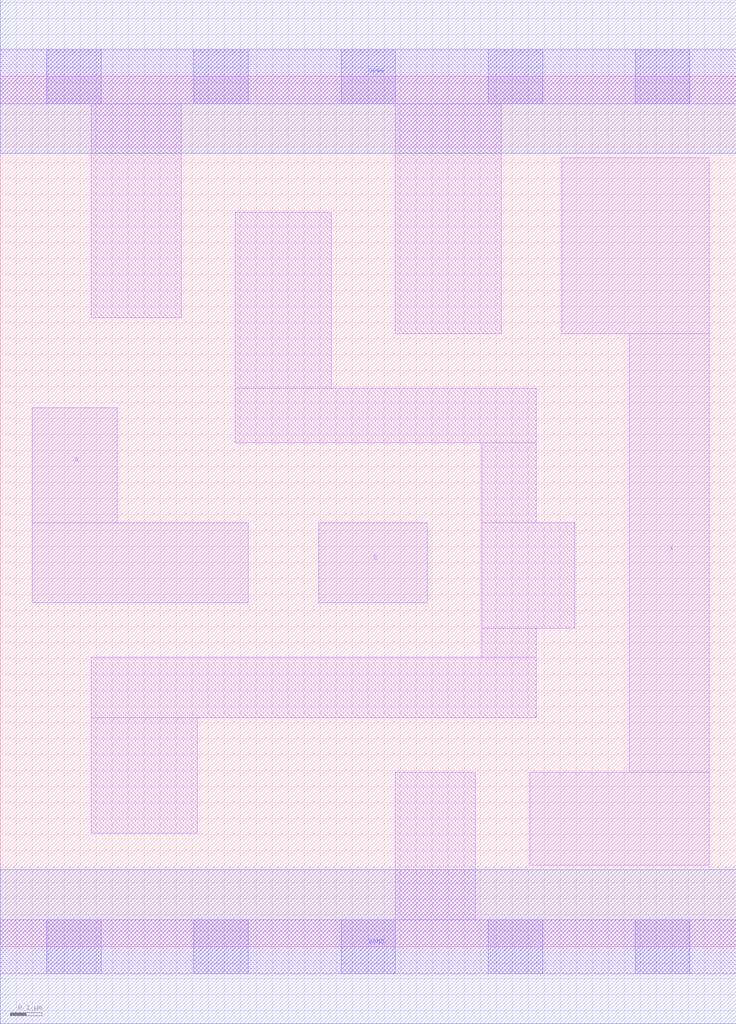
<source format=lef>
# Copyright 2020 The SkyWater PDK Authors
#
# Licensed under the Apache License, Version 2.0 (the "License");
# you may not use this file except in compliance with the License.
# You may obtain a copy of the License at
#
#     https://www.apache.org/licenses/LICENSE-2.0
#
# Unless required by applicable law or agreed to in writing, software
# distributed under the License is distributed on an "AS IS" BASIS,
# WITHOUT WARRANTIES OR CONDITIONS OF ANY KIND, either express or implied.
# See the License for the specific language governing permissions and
# limitations under the License.
#
# SPDX-License-Identifier: Apache-2.0

VERSION 5.7 ;
  NAMESCASESENSITIVE ON ;
  NOWIREEXTENSIONATPIN ON ;
  DIVIDERCHAR "/" ;
  BUSBITCHARS "[]" ;
UNITS
  DATABASE MICRONS 200 ;
END UNITS
MACRO sky130_fd_sc_hd__and2_1
  CLASS CORE ;
  FOREIGN sky130_fd_sc_hd__and2_1 ;
  ORIGIN  0.000000  0.000000 ;
  SIZE  2.300000 BY  2.720000 ;
  SYMMETRY X Y R90 ;
  SITE unithd ;
  PIN A
    ANTENNAGATEAREA  0.126000 ;
    DIRECTION INPUT ;
    USE SIGNAL ;
    PORT
      LAYER li1 ;
        RECT 0.100000 1.075000 0.775000 1.325000 ;
        RECT 0.100000 1.325000 0.365000 1.685000 ;
    END
  END A
  PIN B
    ANTENNAGATEAREA  0.126000 ;
    DIRECTION INPUT ;
    USE SIGNAL ;
    PORT
      LAYER li1 ;
        RECT 0.995000 1.075000 1.335000 1.325000 ;
    END
  END B
  PIN X
    ANTENNADIFFAREA  0.657000 ;
    DIRECTION OUTPUT ;
    USE SIGNAL ;
    PORT
      LAYER li1 ;
        RECT 1.655000 0.255000 2.215000 0.545000 ;
        RECT 1.755000 1.915000 2.215000 2.465000 ;
        RECT 1.965000 0.545000 2.215000 1.915000 ;
    END
  END X
  PIN VGND
    DIRECTION INOUT ;
    SHAPE ABUTMENT ;
    USE GROUND ;
    PORT
      LAYER met1 ;
        RECT 0.000000 -0.240000 2.300000 0.240000 ;
    END
  END VGND
  PIN VPWR
    DIRECTION INOUT ;
    SHAPE ABUTMENT ;
    USE POWER ;
    PORT
      LAYER met1 ;
        RECT 0.000000 2.480000 2.300000 2.960000 ;
    END
  END VPWR
  OBS
    LAYER li1 ;
      RECT 0.000000 -0.085000 2.300000 0.085000 ;
      RECT 0.000000  2.635000 2.300000 2.805000 ;
      RECT 0.285000  0.355000 0.615000 0.715000 ;
      RECT 0.285000  0.715000 1.675000 0.905000 ;
      RECT 0.285000  1.965000 0.565000 2.635000 ;
      RECT 0.735000  1.575000 1.675000 1.745000 ;
      RECT 0.735000  1.745000 1.035000 2.295000 ;
      RECT 1.235000  0.085000 1.485000 0.545000 ;
      RECT 1.235000  1.915000 1.565000 2.635000 ;
      RECT 1.505000  0.905000 1.675000 0.995000 ;
      RECT 1.505000  0.995000 1.795000 1.325000 ;
      RECT 1.505000  1.325000 1.675000 1.575000 ;
    LAYER mcon ;
      RECT 0.145000 -0.085000 0.315000 0.085000 ;
      RECT 0.145000  2.635000 0.315000 2.805000 ;
      RECT 0.605000 -0.085000 0.775000 0.085000 ;
      RECT 0.605000  2.635000 0.775000 2.805000 ;
      RECT 1.065000 -0.085000 1.235000 0.085000 ;
      RECT 1.065000  2.635000 1.235000 2.805000 ;
      RECT 1.525000 -0.085000 1.695000 0.085000 ;
      RECT 1.525000  2.635000 1.695000 2.805000 ;
      RECT 1.985000 -0.085000 2.155000 0.085000 ;
      RECT 1.985000  2.635000 2.155000 2.805000 ;
  END
END sky130_fd_sc_hd__and2_1
END LIBRARY

</source>
